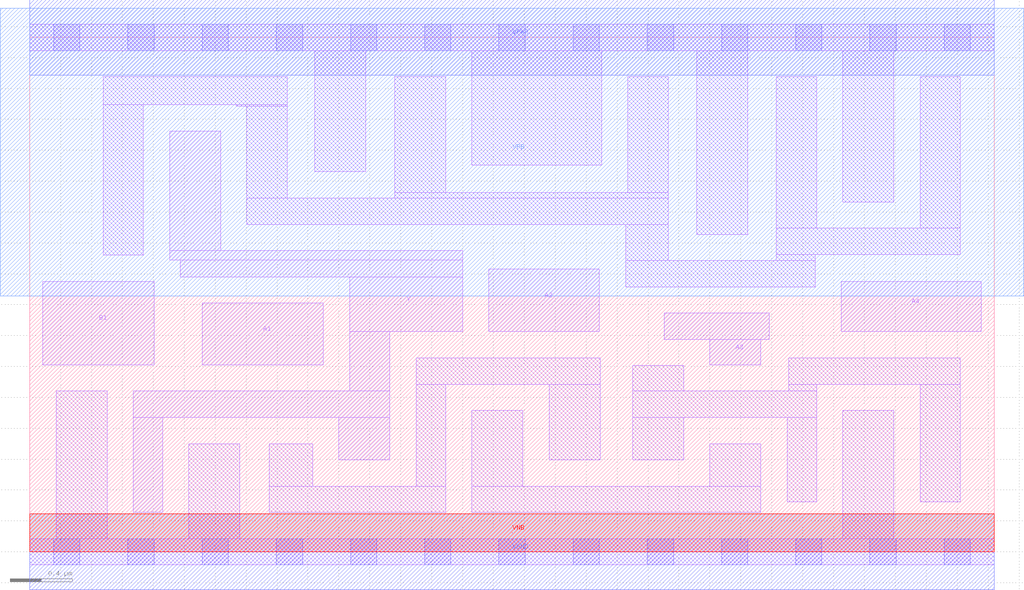
<source format=lef>
# Copyright 2020 The SkyWater PDK Authors
#
# Licensed under the Apache License, Version 2.0 (the "License");
# you may not use this file except in compliance with the License.
# You may obtain a copy of the License at
#
#     https://www.apache.org/licenses/LICENSE-2.0
#
# Unless required by applicable law or agreed to in writing, software
# distributed under the License is distributed on an "AS IS" BASIS,
# WITHOUT WARRANTIES OR CONDITIONS OF ANY KIND, either express or implied.
# See the License for the specific language governing permissions and
# limitations under the License.
#
# SPDX-License-Identifier: Apache-2.0

VERSION 5.7 ;
  NOWIREEXTENSIONATPIN ON ;
  DIVIDERCHAR "/" ;
  BUSBITCHARS "[]" ;
MACRO sky130_fd_sc_lp__a41oi_2
  CLASS CORE ;
  FOREIGN sky130_fd_sc_lp__a41oi_2 ;
  ORIGIN  0.000000  0.000000 ;
  SIZE  6.240000 BY  3.330000 ;
  SYMMETRY X Y R90 ;
  SITE unit ;
  PIN A1
    ANTENNAGATEAREA  0.630000 ;
    DIRECTION INPUT ;
    USE SIGNAL ;
    PORT
      LAYER li1 ;
        RECT 1.115000 1.210000 1.900000 1.610000 ;
    END
  END A1
  PIN A2
    ANTENNAGATEAREA  0.630000 ;
    DIRECTION INPUT ;
    USE SIGNAL ;
    PORT
      LAYER li1 ;
        RECT 2.970000 1.425000 3.685000 1.830000 ;
    END
  END A2
  PIN A3
    ANTENNAGATEAREA  0.630000 ;
    DIRECTION INPUT ;
    USE SIGNAL ;
    PORT
      LAYER li1 ;
        RECT 4.105000 1.375000 4.785000 1.545000 ;
        RECT 4.400000 1.210000 4.730000 1.375000 ;
    END
  END A3
  PIN A4
    ANTENNAGATEAREA  0.630000 ;
    DIRECTION INPUT ;
    USE SIGNAL ;
    PORT
      LAYER li1 ;
        RECT 5.250000 1.425000 6.155000 1.750000 ;
    END
  END A4
  PIN B1
    ANTENNAGATEAREA  0.630000 ;
    DIRECTION INPUT ;
    USE SIGNAL ;
    PORT
      LAYER li1 ;
        RECT 0.085000 1.210000 0.805000 1.750000 ;
    END
  END B1
  PIN Y
    ANTENNADIFFAREA  0.823200 ;
    DIRECTION OUTPUT ;
    USE SIGNAL ;
    PORT
      LAYER li1 ;
        RECT 0.670000 0.255000 0.860000 0.870000 ;
        RECT 0.670000 0.870000 2.330000 1.040000 ;
        RECT 0.905000 1.890000 2.800000 1.950000 ;
        RECT 0.905000 1.950000 1.235000 2.725000 ;
        RECT 0.975000 1.780000 2.800000 1.890000 ;
        RECT 2.000000 0.595000 2.330000 0.870000 ;
        RECT 2.070000 1.040000 2.330000 1.425000 ;
        RECT 2.070000 1.425000 2.800000 1.780000 ;
    END
  END Y
  PIN VGND
    DIRECTION INOUT ;
    USE GROUND ;
    PORT
      LAYER met1 ;
        RECT 0.000000 -0.245000 6.240000 0.245000 ;
    END
  END VGND
  PIN VNB
    DIRECTION INOUT ;
    USE GROUND ;
    PORT
      LAYER pwell ;
        RECT 0.000000 0.000000 6.240000 0.245000 ;
    END
  END VNB
  PIN VPB
    DIRECTION INOUT ;
    USE POWER ;
    PORT
      LAYER nwell ;
        RECT -0.190000 1.655000 6.430000 3.520000 ;
    END
  END VPB
  PIN VPWR
    DIRECTION INOUT ;
    USE POWER ;
    PORT
      LAYER met1 ;
        RECT 0.000000 3.085000 6.240000 3.575000 ;
    END
  END VPWR
  OBS
    LAYER li1 ;
      RECT 0.000000 -0.085000 6.240000 0.085000 ;
      RECT 0.000000  3.245000 6.240000 3.415000 ;
      RECT 0.170000  0.085000 0.500000 1.040000 ;
      RECT 0.475000  1.920000 0.735000 2.895000 ;
      RECT 0.475000  2.895000 1.665000 3.075000 ;
      RECT 1.030000  0.085000 1.360000 0.700000 ;
      RECT 1.335000  2.885000 1.665000 2.895000 ;
      RECT 1.405000  2.120000 4.130000 2.290000 ;
      RECT 1.405000  2.290000 1.665000 2.885000 ;
      RECT 1.550000  0.255000 2.690000 0.425000 ;
      RECT 1.550000  0.425000 1.830000 0.700000 ;
      RECT 1.845000  2.460000 2.175000 3.245000 ;
      RECT 2.360000  2.290000 4.130000 2.325000 ;
      RECT 2.360000  2.325000 2.690000 3.075000 ;
      RECT 2.500000  0.425000 2.690000 1.085000 ;
      RECT 2.500000  1.085000 3.690000 1.255000 ;
      RECT 2.860000  0.255000 4.730000 0.425000 ;
      RECT 2.860000  0.425000 3.190000 0.915000 ;
      RECT 2.860000  2.505000 3.700000 3.245000 ;
      RECT 3.360000  0.595000 3.690000 1.085000 ;
      RECT 3.855000  1.715000 5.080000 1.885000 ;
      RECT 3.855000  1.885000 4.130000 2.120000 ;
      RECT 3.870000  2.325000 4.130000 3.075000 ;
      RECT 3.900000  0.595000 4.230000 0.870000 ;
      RECT 3.900000  0.870000 5.090000 1.040000 ;
      RECT 3.900000  1.040000 4.230000 1.205000 ;
      RECT 4.315000  2.055000 4.645000 3.245000 ;
      RECT 4.400000  0.425000 4.730000 0.700000 ;
      RECT 4.830000  1.885000 5.080000 1.925000 ;
      RECT 4.830000  1.925000 6.020000 2.095000 ;
      RECT 4.830000  2.095000 5.090000 3.075000 ;
      RECT 4.900000  0.325000 5.090000 0.870000 ;
      RECT 4.910000  1.040000 5.090000 1.085000 ;
      RECT 4.910000  1.085000 6.020000 1.255000 ;
      RECT 5.260000  0.085000 5.590000 0.915000 ;
      RECT 5.260000  2.265000 5.590000 3.245000 ;
      RECT 5.760000  0.325000 6.020000 1.085000 ;
      RECT 5.760000  2.095000 6.020000 3.075000 ;
    LAYER mcon ;
      RECT 0.155000 -0.085000 0.325000 0.085000 ;
      RECT 0.155000  3.245000 0.325000 3.415000 ;
      RECT 0.635000 -0.085000 0.805000 0.085000 ;
      RECT 0.635000  3.245000 0.805000 3.415000 ;
      RECT 1.115000 -0.085000 1.285000 0.085000 ;
      RECT 1.115000  3.245000 1.285000 3.415000 ;
      RECT 1.595000 -0.085000 1.765000 0.085000 ;
      RECT 1.595000  3.245000 1.765000 3.415000 ;
      RECT 2.075000 -0.085000 2.245000 0.085000 ;
      RECT 2.075000  3.245000 2.245000 3.415000 ;
      RECT 2.555000 -0.085000 2.725000 0.085000 ;
      RECT 2.555000  3.245000 2.725000 3.415000 ;
      RECT 3.035000 -0.085000 3.205000 0.085000 ;
      RECT 3.035000  3.245000 3.205000 3.415000 ;
      RECT 3.515000 -0.085000 3.685000 0.085000 ;
      RECT 3.515000  3.245000 3.685000 3.415000 ;
      RECT 3.995000 -0.085000 4.165000 0.085000 ;
      RECT 3.995000  3.245000 4.165000 3.415000 ;
      RECT 4.475000 -0.085000 4.645000 0.085000 ;
      RECT 4.475000  3.245000 4.645000 3.415000 ;
      RECT 4.955000 -0.085000 5.125000 0.085000 ;
      RECT 4.955000  3.245000 5.125000 3.415000 ;
      RECT 5.435000 -0.085000 5.605000 0.085000 ;
      RECT 5.435000  3.245000 5.605000 3.415000 ;
      RECT 5.915000 -0.085000 6.085000 0.085000 ;
      RECT 5.915000  3.245000 6.085000 3.415000 ;
  END
END sky130_fd_sc_lp__a41oi_2
END LIBRARY

</source>
